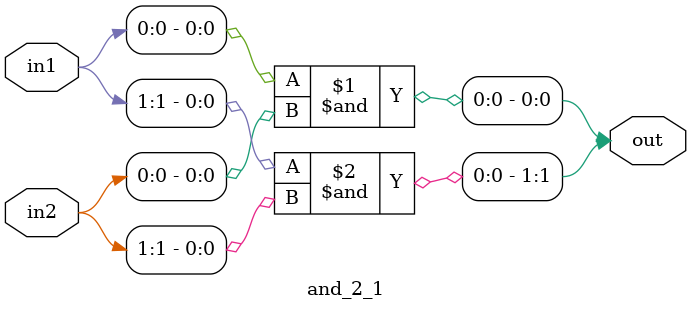
<source format=v>
module and_2_1(in1, in2, out);
input [1:0] in1, in2;
output [1:0] out;

assign out[0] = in1[0] & in2[0];
assign out[1] = in1[1] & in2[1];

endmodule
</source>
